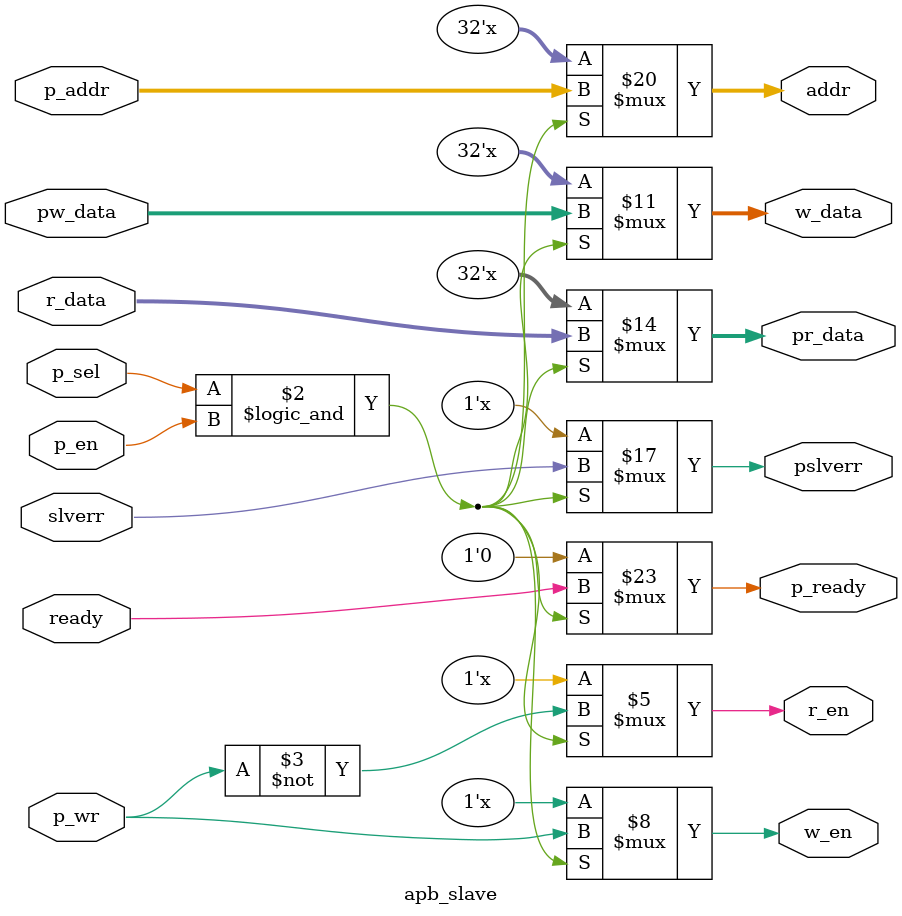
<source format=sv>
module apb_slave(
	//master side
  	input logic 		p_sel,
  	input logic 		p_en,
  	input logic 		p_wr,
	input logic 	[31:0] 	p_addr,
 	input logic 	[31:0] 	pw_data,
  	output logic 		p_ready,
	output logic 	[31:0] 	pr_data,
 	output logic 		pslverr,
  	//uart side
  	input logic 		ready,
  	input logic 	[31:0]	r_data,
	input logic 		slverr,
  	output logic 		w_en,
	output logic 		r_en,
	output logic 	[31:0]	w_data,
	output logic 	[31:0]  addr);

always_comb
if(p_sel&&p_en)
begin
	p_ready=ready;
	addr=p_addr;
	pslverr=slverr;
	pr_data=r_data;
	w_data=pw_data;
	w_en=p_wr;
	r_en=~p_wr;
end
else
p_ready=0;
endmodule




</source>
